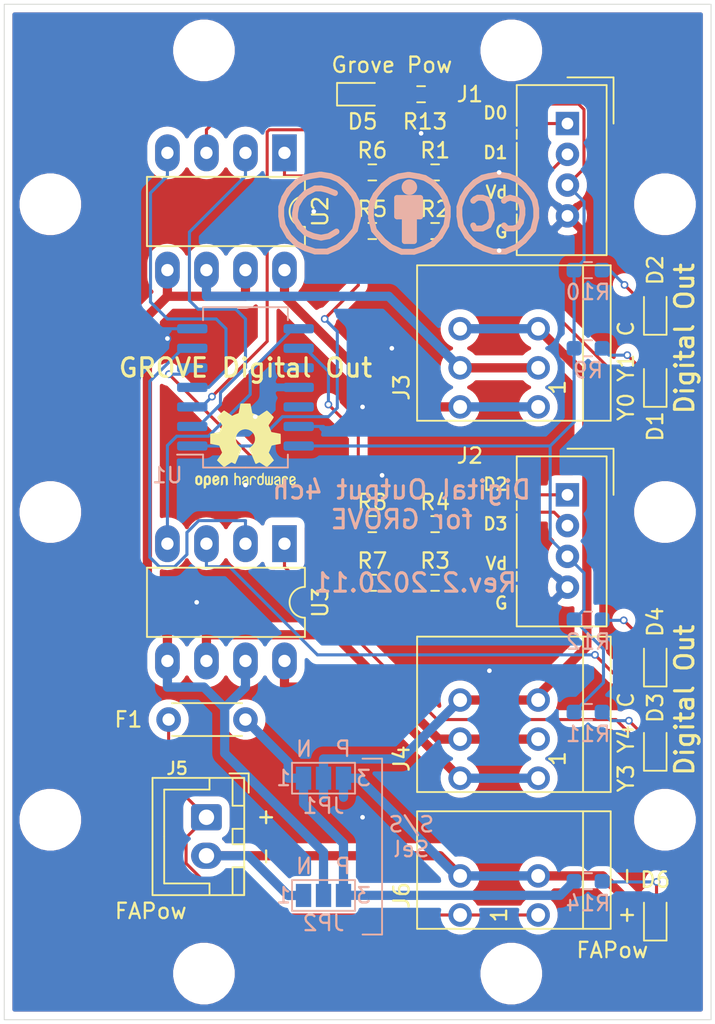
<source format=kicad_pcb>
(kicad_pcb (version 20171130) (host pcbnew "(5.1.8)-1")
  (title_block (title "GROVE Isolated GPIO Interface (4 OUT)") (date 2020-11-24) (rev 2) (comment 4 CC-BY-SA))
  (layers (0 F.Cu signal) (31 B.Cu signal) (34 B.Paste user hide) (35 F.Paste user hide) (36 B.SilkS user) (37 F.SilkS user) (38 B.Mask user hide) (39 F.Mask user hide) (44 Edge.Cuts user))
  (net 0 "")
  (net 1 GND)
  (net 2 +24V)
  (net 3 GNDD)
  (net 4 "Net-(D1-Pad2)")
  (net 5 "Net-(D2-Pad2)")
  (net 6 "Net-(D3-Pad2)")
  (net 7 /OUT1)
  (net 8 /OUT2)
  (net 9 "Net-(D2-Pad1)")
  (net 10 +3V3)
  (net 11 "Net-(D1-Pad1)")
  (net 12 "Net-(D3-Pad1)")
  (net 13 "Net-(D4-Pad2)")
  (net 14 "Net-(D4-Pad1)")
  (net 15 "Net-(D5-Pad2)")
  (net 16 /+24V_)
  (net 17 /OUT3)
  (net 18 /OUT4)
  (net 19 /GNDD_)
  (net 20 "Net-(U1-Pad8)")
  (net 21 "Net-(U1-Pad6)")
  (net 22 "Net-(U1-Pad4)")
  (net 23 "Net-(U1-Pad2)")
  (net 24 "Net-(D6-Pad2)")
  (net 25 "Net-(F1-Pad2)")
  (net 26 "Net-(J1-Pad2)")
  (net 27 "Net-(J1-Pad1)")
  (net 28 "Net-(J2-Pad2)")
  (net 29 "Net-(J2-Pad1)")
  (net 30 "Net-(R5-Pad1)")
  (net 31 "Net-(R6-Pad1)")
  (net 32 "Net-(R7-Pad1)")
  (net 33 "Net-(R8-Pad1)")
  (module MountingHole:MountingHole_3mm (layer F.Cu) (at 114 141)
    (fp_text reference MH12 hide)
    (fp_text value MountingHole)
    (pad 1 np_thru_hole circle (at 0 0) (size 3 3) (drill 3) (layers *.Cu *.Mask))
  )
  (module MountingHole:MountingHole_3mm (layer F.Cu) (at 84 151)
    (fp_text reference MH11 hide)
    (fp_text value MountingHole)
    (pad 1 np_thru_hole circle (at 0 0) (size 3 3) (drill 3) (layers *.Cu *.Mask))
  )
  (module MountingHole:MountingHole_3mm (layer F.Cu) (at 74 121)
    (fp_text reference MH10 hide)
    (fp_text value MountingHole)
    (pad 1 np_thru_hole circle (at 0 0) (size 3 3) (drill 3) (layers *.Cu *.Mask))
  )
  (module MountingHole:MountingHole_3mm (layer F.Cu) (at 84 91)
    (fp_text reference MH9 hide)
    (fp_text value MountingHole)
    (pad 1 np_thru_hole circle (at 0 0) (size 3 3) (drill 3) (layers *.Cu *.Mask))
  )
  (module MountingHole:MountingHole_3mm (layer F.Cu) (at 114 101)
    (fp_text reference MH8 hide)
    (fp_text value MountingHole)
    (pad 1 np_thru_hole circle (at 0 0) (size 3 3) (drill 3) (layers *.Cu *.Mask))
  )
  (module Resistor_SMD:R_0603_1608Metric_Pad0.98x0.95mm_HandSolder (layer F.Cu) (at 98.13 93.85 180)
    (fp_text reference R13 (at -0.254 -1.778) (layer F.SilkS))
    (fp_text value 1k)
    (pad 2 smd roundrect (at 0.9125 0 180) (size 0.975 0.95) (layers F.Cu F.Paste F.Mask) (net 15 "Net-(D5-Pad2)"))
    (pad 1 smd roundrect (at -0.9125 0 180) (size 0.975 0.95) (layers F.Cu F.Paste F.Mask) (net 10 +3V3))
  )
  (module Capacitor_THT:C_Disc_D4.3mm_W1.9mm_P5.00mm (layer F.Cu) (at 86.7 134.49 180)
    (fp_text reference F1 (at 7.62 0) (layer F.SilkS))
    (fp_text value 0.5A)
    (pad 2 thru_hole circle (at 5 0 180) (size 1.6 1.6) (drill 0.8) (layers *.Cu *.Mask) (net 25 "Net-(F1-Pad2)"))
    (pad 1 thru_hole circle (at 0 0 180) (size 1.6 1.6) (drill 0.8) (layers *.Cu *.Mask) (net 2 +24V))
  )
  (module LED_SMD:LED_0603_1608Metric_Pad1.05x0.95mm_HandSolder (layer F.Cu) (at 94.32 93.85)
    (fp_text reference D5 (at 0 1.778) (layer F.SilkS))
    (fp_text value LED)
    (pad 2 smd roundrect (at 0.875 0) (size 1.05 0.95) (layers F.Cu F.Paste F.Mask) (net 15 "Net-(D5-Pad2)"))
    (pad 1 smd roundrect (at -0.875 0) (size 1.05 0.95) (layers F.Cu F.Paste F.Mask) (net 1 GND))
  )
  (module MountingHole:MountingHole_3mm (layer F.Cu) (at 74 141)
    (fp_text reference MH5 hide)
    (fp_text value MountingHole)
    (pad 1 np_thru_hole circle (at 0 0) (size 3 3) (drill 3) (layers *.Cu *.Mask))
  )
  (module MountingHole:MountingHole_3mm (layer F.Cu) (at 104 151 180)
    (fp_text reference MH4 hide)
    (fp_text value MountingHole)
    (pad 1 np_thru_hole circle (at 0 0 180) (size 3 3) (drill 3) (layers *.Cu *.Mask))
  )
  (module MountingHole:MountingHole_3mm (layer F.Cu) (at 104 91 180)
    (fp_text reference MH3 hide)
    (fp_text value MountingHole)
    (pad 1 np_thru_hole circle (at 0 0 180) (size 3 3) (drill 3) (layers *.Cu *.Mask))
  )
  (module MountingHole:MountingHole_3mm (layer F.Cu) (at 74 101 180)
    (fp_text reference MH2 hide)
    (fp_text value MountingHole)
    (pad 1 np_thru_hole circle (at 0 0 180) (size 3 3) (drill 3) (layers *.Cu *.Mask))
  )
  (module MountingHole:MountingHole_3mm (layer F.Cu) (at 114 121 180)
    (fp_text reference MH1 hide)
    (fp_text value MountingHole)
    (pad 1 np_thru_hole circle (at 0 0 180) (size 3 3) (drill 3) (layers *.Cu *.Mask))
  )
  (module Resistor_SMD:R_0603_1608Metric_Pad0.98x0.95mm_HandSolder (layer F.Cu) (at 99.0425 121.79)
    (fp_text reference R4 (at 0 -1.43) (layer F.SilkS))
    (fp_text value 10k)
    (pad 2 smd roundrect (at 0.9125 0) (size 0.975 0.95) (layers F.Cu F.Paste F.Mask) (net 1 GND))
    (pad 1 smd roundrect (at -0.9125 0) (size 0.975 0.95) (layers F.Cu F.Paste F.Mask) (net 28 "Net-(J2-Pad2)"))
  )
  (module Resistor_SMD:R_0603_1608Metric_Pad0.98x0.95mm_HandSolder (layer F.Cu) (at 99.0425 125.6)
    (fp_text reference R3 (at 0 -1.43) (layer F.SilkS))
    (fp_text value 10k)
    (pad 2 smd roundrect (at 0.9125 0) (size 0.975 0.95) (layers F.Cu F.Paste F.Mask) (net 1 GND))
    (pad 1 smd roundrect (at -0.9125 0) (size 0.975 0.95) (layers F.Cu F.Paste F.Mask) (net 29 "Net-(J2-Pad1)"))
  )
  (module Resistor_SMD:R_0603_1608Metric_Pad0.98x0.95mm_HandSolder (layer F.Cu) (at 99.0425 102.74)
    (fp_text reference R2 (at 0 -1.43) (layer F.SilkS))
    (fp_text value 10k)
    (pad 2 smd roundrect (at 0.9125 0) (size 0.975 0.95) (layers F.Cu F.Paste F.Mask) (net 1 GND))
    (pad 1 smd roundrect (at -0.9125 0) (size 0.975 0.95) (layers F.Cu F.Paste F.Mask) (net 26 "Net-(J1-Pad2)"))
  )
  (module Resistor_SMD:R_0603_1608Metric_Pad0.98x0.95mm_HandSolder (layer F.Cu) (at 99.0425 98.93)
    (fp_text reference R1 (at 0 -1.43) (layer F.SilkS))
    (fp_text value 10k)
    (pad 2 smd roundrect (at 0.9125 0) (size 0.975 0.95) (layers F.Cu F.Paste F.Mask) (net 1 GND))
    (pad 1 smd roundrect (at -0.9125 0) (size 0.975 0.95) (layers F.Cu F.Paste F.Mask) (net 27 "Net-(J1-Pad1)"))
  )
  (module _my_kicad_symbol:Terminal_TB401a-1-3-E (layer F.Cu) (at 100.67 138.3 90)
    (fp_text reference J4 (at 1.27 -3.81 90) (layer F.SilkS))
    (fp_text value OUT3/4)
    (fp_text user 1 (at 1.27 6.35 90) (layer F.SilkS))
    (pad 6 thru_hole circle (at 5.08 0 90) (size 1.524 1.524) (drill 0.9) (layers *.Cu *.Mask) (net 16 /+24V_))
    (pad 5 thru_hole circle (at 5.08 5.08 90) (size 1.524 1.524) (drill 0.9) (layers *.Cu *.Mask) (net 16 /+24V_))
    (pad 1 thru_hole circle (at 0 5.08 90) (size 1.524 1.524) (drill 0.9) (layers *.Cu *.Mask) (net 17 /OUT3))
    (pad 2 thru_hole circle (at 0 0 90) (size 1.524 1.524) (drill 0.9) (layers *.Cu *.Mask) (net 17 /OUT3))
    (pad 3 thru_hole circle (at 2.54 5.08 90) (size 1.524 1.524) (drill 0.9) (layers *.Cu *.Mask) (net 18 /OUT4))
    (pad 4 thru_hole circle (at 2.54 0 90) (size 1.524 1.524) (drill 0.9) (layers *.Cu *.Mask) (net 18 /OUT4))
  )
  (module _my_kicad_symbol:Terminal_TB401a-1-3-E (layer F.Cu) (at 100.67 114.17 90)
    (fp_text reference J3 (at 1.27 -3.81 90) (layer F.SilkS))
    (fp_text value OUT1/2)
    (fp_text user 1 (at 1.27 6.35 90) (layer F.SilkS))
    (pad 6 thru_hole circle (at 5.08 0 90) (size 1.524 1.524) (drill 0.9) (layers *.Cu *.Mask) (net 16 /+24V_))
    (pad 5 thru_hole circle (at 5.08 5.08 90) (size 1.524 1.524) (drill 0.9) (layers *.Cu *.Mask) (net 16 /+24V_))
    (pad 1 thru_hole circle (at 0 5.08 90) (size 1.524 1.524) (drill 0.9) (layers *.Cu *.Mask) (net 7 /OUT1))
    (pad 2 thru_hole circle (at 0 0 90) (size 1.524 1.524) (drill 0.9) (layers *.Cu *.Mask) (net 7 /OUT1))
    (pad 3 thru_hole circle (at 2.54 5.08 90) (size 1.524 1.524) (drill 0.9) (layers *.Cu *.Mask) (net 8 /OUT2))
    (pad 4 thru_hole circle (at 2.54 0 90) (size 1.524 1.524) (drill 0.9) (layers *.Cu *.Mask) (net 8 /OUT2))
  )
  (module Package_DIP:DIP-8_W7.62mm_LongPads (layer F.Cu) (at 89.24 123.06 270)
    (fp_text reference U3 (at 3.81 -2.33 90) (layer F.SilkS))
    (fp_text value TLP627-2)
    (pad 8 thru_hole oval (at 7.62 0 270) (size 2.4 1.6) (drill 0.8) (layers *.Cu *.Mask) (net 17 /OUT3))
    (pad 4 thru_hole oval (at 0 7.62 270) (size 2.4 1.6) (drill 0.8) (layers *.Cu *.Mask) (net 20 "Net-(U1-Pad8)"))
    (pad 7 thru_hole oval (at 7.62 2.54 270) (size 2.4 1.6) (drill 0.8) (layers *.Cu *.Mask) (net 19 /GNDD_))
    (pad 3 thru_hole oval (at 0 5.08 270) (size 2.4 1.6) (drill 0.8) (layers *.Cu *.Mask) (net 14 "Net-(D4-Pad1)"))
    (pad 6 thru_hole oval (at 7.62 5.08 270) (size 2.4 1.6) (drill 0.8) (layers *.Cu *.Mask) (net 18 /OUT4))
    (pad 2 thru_hole oval (at 0 2.54 270) (size 2.4 1.6) (drill 0.8) (layers *.Cu *.Mask) (net 21 "Net-(U1-Pad6)"))
    (pad 5 thru_hole oval (at 7.62 7.62 270) (size 2.4 1.6) (drill 0.8) (layers *.Cu *.Mask) (net 19 /GNDD_))
    (pad 1 thru_hole rect (at 0 0 270) (size 2.4 1.6) (drill 0.8) (layers *.Cu *.Mask) (net 12 "Net-(D3-Pad1)"))
  )
  (module Package_DIP:DIP-8_W7.62mm_LongPads (layer F.Cu) (at 89.24 97.66 270)
    (fp_text reference U2 (at 3.81 -2.33 90) (layer F.SilkS))
    (fp_text value TLP627-2)
    (pad 8 thru_hole oval (at 7.62 0 270) (size 2.4 1.6) (drill 0.8) (layers *.Cu *.Mask) (net 7 /OUT1))
    (pad 4 thru_hole oval (at 0 7.62 270) (size 2.4 1.6) (drill 0.8) (layers *.Cu *.Mask) (net 22 "Net-(U1-Pad4)"))
    (pad 7 thru_hole oval (at 7.62 2.54 270) (size 2.4 1.6) (drill 0.8) (layers *.Cu *.Mask) (net 19 /GNDD_))
    (pad 3 thru_hole oval (at 0 5.08 270) (size 2.4 1.6) (drill 0.8) (layers *.Cu *.Mask) (net 9 "Net-(D2-Pad1)"))
    (pad 6 thru_hole oval (at 7.62 5.08 270) (size 2.4 1.6) (drill 0.8) (layers *.Cu *.Mask) (net 8 /OUT2))
    (pad 2 thru_hole oval (at 0 2.54 270) (size 2.4 1.6) (drill 0.8) (layers *.Cu *.Mask) (net 23 "Net-(U1-Pad2)"))
    (pad 5 thru_hole oval (at 7.62 7.62 270) (size 2.4 1.6) (drill 0.8) (layers *.Cu *.Mask) (net 19 /GNDD_))
    (pad 1 thru_hole rect (at 0 0 270) (size 2.4 1.6) (drill 0.8) (layers *.Cu *.Mask) (net 11 "Net-(D1-Pad1)"))
  )
  (module Package_SO:SO-14_5.3x10.2mm_P1.27mm (layer B.Cu) (at 86.7 112.9)
    (fp_text reference U1 (at -5.08 5.715) (layer B.SilkS) (effects (justify mirror)))
    (fp_text value 74HC14)
    (pad 14 smd roundrect (at 3.4625 3.81) (size 1.975 0.6) (layers B.Cu B.Paste B.Mask) (net 10 +3V3))
    (pad 13 smd roundrect (at 3.4625 2.54) (size 1.975 0.6) (layers B.Cu B.Paste B.Mask) (net 1 GND))
    (pad 12 smd roundrect (at 3.4625 1.27) (size 1.975 0.6) (layers B.Cu B.Paste B.Mask))
    (pad 11 smd roundrect (at 3.4625 0) (size 1.975 0.6) (layers B.Cu B.Paste B.Mask) (net 1 GND))
    (pad 10 smd roundrect (at 3.4625 -1.27) (size 1.975 0.6) (layers B.Cu B.Paste B.Mask))
    (pad 9 smd roundrect (at 3.4625 -2.54) (size 1.975 0.6) (layers B.Cu B.Paste B.Mask) (net 33 "Net-(R8-Pad1)"))
    (pad 8 smd roundrect (at 3.4625 -3.81) (size 1.975 0.6) (layers B.Cu B.Paste B.Mask) (net 20 "Net-(U1-Pad8)"))
    (pad 7 smd roundrect (at -3.4625 -3.81) (size 1.975 0.6) (layers B.Cu B.Paste B.Mask) (net 1 GND))
    (pad 6 smd roundrect (at -3.4625 -2.54) (size 1.975 0.6) (layers B.Cu B.Paste B.Mask) (net 21 "Net-(U1-Pad6)"))
    (pad 5 smd roundrect (at -3.4625 -1.27) (size 1.975 0.6) (layers B.Cu B.Paste B.Mask) (net 32 "Net-(R7-Pad1)"))
    (pad 4 smd roundrect (at -3.4625 0) (size 1.975 0.6) (layers B.Cu B.Paste B.Mask) (net 22 "Net-(U1-Pad4)"))
    (pad 3 smd roundrect (at -3.4625 1.27) (size 1.975 0.6) (layers B.Cu B.Paste B.Mask) (net 31 "Net-(R6-Pad1)"))
    (pad 2 smd roundrect (at -3.4625 2.54) (size 1.975 0.6) (layers B.Cu B.Paste B.Mask) (net 23 "Net-(U1-Pad2)"))
    (pad 1 smd roundrect (at -3.4625 3.81) (size 1.975 0.6) (layers B.Cu B.Paste B.Mask) (net 30 "Net-(R5-Pad1)"))
  )
  (module Resistor_SMD:R_0603_1608Metric_Pad0.98x0.95mm_HandSolder (layer B.Cu) (at 109 145)
    (fp_text reference R14 (at 0 1.43) (layer B.SilkS) (effects (justify mirror)))
    (fp_text value 10k)
    (pad 2 smd roundrect (at 0.9125 0) (size 0.975 0.95) (layers B.Cu B.Paste B.Mask) (net 24 "Net-(D6-Pad2)"))
    (pad 1 smd roundrect (at -0.9125 0) (size 0.975 0.95) (layers B.Cu B.Paste B.Mask) (net 2 +24V))
  )
  (module Resistor_SMD:R_0603_1608Metric_Pad0.98x0.95mm_HandSolder (layer B.Cu) (at 109 128)
    (fp_text reference R12 (at 0 1.43) (layer B.SilkS) (effects (justify mirror)))
    (fp_text value 100)
    (pad 2 smd roundrect (at 0.9125 0) (size 0.975 0.95) (layers B.Cu B.Paste B.Mask) (net 13 "Net-(D4-Pad2)"))
    (pad 1 smd roundrect (at -0.9125 0) (size 0.975 0.95) (layers B.Cu B.Paste B.Mask) (net 10 +3V3))
  )
  (module Resistor_SMD:R_0603_1608Metric_Pad0.98x0.95mm_HandSolder (layer B.Cu) (at 109 134)
    (fp_text reference R11 (at 0 1.43) (layer B.SilkS) (effects (justify mirror)))
    (fp_text value 100)
    (pad 2 smd roundrect (at 0.9125 0) (size 0.975 0.95) (layers B.Cu B.Paste B.Mask) (net 6 "Net-(D3-Pad2)"))
    (pad 1 smd roundrect (at -0.9125 0) (size 0.975 0.95) (layers B.Cu B.Paste B.Mask) (net 10 +3V3))
  )
  (module Resistor_SMD:R_0603_1608Metric_Pad0.98x0.95mm_HandSolder (layer B.Cu) (at 109 105.28)
    (fp_text reference R10 (at 0 1.43) (layer B.SilkS) (effects (justify mirror)))
    (fp_text value 100)
    (pad 2 smd roundrect (at 0.9125 0) (size 0.975 0.95) (layers B.Cu B.Paste B.Mask) (net 5 "Net-(D2-Pad2)"))
    (pad 1 smd roundrect (at -0.9125 0) (size 0.975 0.95) (layers B.Cu B.Paste B.Mask) (net 10 +3V3))
  )
  (module Resistor_SMD:R_0603_1608Metric_Pad0.98x0.95mm_HandSolder (layer B.Cu) (at 109 110.36)
    (fp_text reference R9 (at 0 1.43) (layer B.SilkS) (effects (justify mirror)))
    (fp_text value 100)
    (pad 2 smd roundrect (at 0.9125 0) (size 0.975 0.95) (layers B.Cu B.Paste B.Mask) (net 4 "Net-(D1-Pad2)"))
    (pad 1 smd roundrect (at -0.9125 0) (size 0.975 0.95) (layers B.Cu B.Paste B.Mask) (net 10 +3V3))
  )
  (module Resistor_SMD:R_0603_1608Metric_Pad0.98x0.95mm_HandSolder (layer F.Cu) (at 94.955 121.79)
    (fp_text reference R8 (at 0 -1.43) (layer F.SilkS))
    (fp_text value 10k)
    (pad 2 smd roundrect (at 0.9125 0) (size 0.975 0.95) (layers F.Cu F.Paste F.Mask) (net 28 "Net-(J2-Pad2)"))
    (pad 1 smd roundrect (at -0.9125 0) (size 0.975 0.95) (layers F.Cu F.Paste F.Mask) (net 33 "Net-(R8-Pad1)"))
  )
  (module Resistor_SMD:R_0603_1608Metric_Pad0.98x0.95mm_HandSolder (layer F.Cu) (at 94.955 125.6)
    (fp_text reference R7 (at 0 -1.43) (layer F.SilkS))
    (fp_text value 10k)
    (pad 2 smd roundrect (at 0.9125 0) (size 0.975 0.95) (layers F.Cu F.Paste F.Mask) (net 29 "Net-(J2-Pad1)"))
    (pad 1 smd roundrect (at -0.9125 0) (size 0.975 0.95) (layers F.Cu F.Paste F.Mask) (net 32 "Net-(R7-Pad1)"))
  )
  (module Resistor_SMD:R_0603_1608Metric_Pad0.98x0.95mm_HandSolder (layer F.Cu) (at 94.955 98.93)
    (fp_text reference R6 (at 0 -1.43) (layer F.SilkS))
    (fp_text value 10k)
    (pad 2 smd roundrect (at 0.9125 0) (size 0.975 0.95) (layers F.Cu F.Paste F.Mask) (net 26 "Net-(J1-Pad2)"))
    (pad 1 smd roundrect (at -0.9125 0) (size 0.975 0.95) (layers F.Cu F.Paste F.Mask) (net 31 "Net-(R6-Pad1)"))
  )
  (module Resistor_SMD:R_0603_1608Metric_Pad0.98x0.95mm_HandSolder (layer F.Cu) (at 94.955 102.74)
    (fp_text reference R5 (at 0 -1.43) (layer F.SilkS))
    (fp_text value 10k)
    (pad 2 smd roundrect (at 0.9125 0) (size 0.975 0.95) (layers F.Cu F.Paste F.Mask) (net 27 "Net-(J1-Pad1)"))
    (pad 1 smd roundrect (at -0.9125 0) (size 0.975 0.95) (layers F.Cu F.Paste F.Mask) (net 30 "Net-(R5-Pad1)"))
  )
  (module Jumper:SolderJumper-3_P1.3mm_Open_Pad1.0x1.5mm_NumberLabels (layer B.Cu) (at 91.78 145.92)
    (fp_text reference JP2 (at 0 1.8) (layer B.SilkS) (effects (justify mirror)))
    (fp_text value "S/S Y-")
    (fp_text user 1 (at -2.6 0) (layer B.SilkS) (effects (justify mirror)))
    (fp_text user 3 (at 2.6 0) (layer B.SilkS) (effects (justify mirror)))
    (pad 1 smd rect (at -1.3 0) (size 1 1.5) (layers B.Cu B.Mask) (net 3 GNDD))
    (pad 2 smd rect (at 0 0) (size 1 1.5) (layers B.Cu B.Mask) (net 19 /GNDD_))
    (pad 3 smd rect (at 1.3 0) (size 1 1.5) (layers B.Cu B.Mask) (net 2 +24V))
  )
  (module Jumper:SolderJumper-3_P1.3mm_Open_Pad1.0x1.5mm_NumberLabels (layer B.Cu) (at 91.78 138.3)
    (fp_text reference JP1 (at 0 1.8) (layer B.SilkS) (effects (justify mirror)))
    (fp_text value "S/S Y+")
    (fp_text user 1 (at -2.6 0) (layer B.SilkS) (effects (justify mirror)))
    (fp_text user 3 (at 2.6 0) (layer B.SilkS) (effects (justify mirror)))
    (pad 1 smd rect (at -1.3 0) (size 1 1.5) (layers B.Cu B.Mask) (net 2 +24V))
    (pad 2 smd rect (at 0 0) (size 1 1.5) (layers B.Cu B.Mask) (net 16 /+24V_))
    (pad 3 smd rect (at 1.3 0) (size 1 1.5) (layers B.Cu B.Mask) (net 3 GNDD))
  )
  (module _my_kicad_symbol:Terminal_TB401a-1-2-E (layer F.Cu) (at 100.67 147.19 90)
    (fp_text reference J6 (at 1.27 -3.81 90) (layer F.SilkS))
    (fp_text value "DC24V IN")
    (fp_text user 1 (at 0 2.54 90) (layer F.SilkS))
    (pad 1 thru_hole circle (at 0 5.08 90) (size 1.524 1.524) (drill 0.9) (layers *.Cu *.Mask) (net 25 "Net-(F1-Pad2)"))
    (pad 2 thru_hole circle (at 0 0 90) (size 1.524 1.524) (drill 0.9) (layers *.Cu *.Mask) (net 25 "Net-(F1-Pad2)"))
    (pad 3 thru_hole circle (at 2.54 5.08 90) (size 1.524 1.524) (drill 0.9) (layers *.Cu *.Mask) (net 3 GNDD))
    (pad 4 thru_hole circle (at 2.54 0 90) (size 1.524 1.524) (drill 0.9) (layers *.Cu *.Mask) (net 3 GNDD))
  )
  (module Connector:NS-Tech_Grove_1x04_P2mm_Vertical (layer F.Cu) (at 107.655 119.885)
    (fp_text reference J2 (at -6.35 -2.54 180) (layer F.SilkS))
    (fp_text value "GROVE DOut")
    (pad 4 thru_hole circle (at 0 6) (size 1.524 1.524) (drill 0.762) (layers *.Cu *.Mask) (net 1 GND))
    (pad 3 thru_hole circle (at 0 4) (size 1.524 1.524) (drill 0.762) (layers *.Cu *.Mask) (net 10 +3V3))
    (pad 2 thru_hole circle (at 0 2) (size 1.524 1.524) (drill 0.762) (layers *.Cu *.Mask) (net 28 "Net-(J2-Pad2)"))
    (pad 1 thru_hole rect (at 0 0) (size 1.524 1.524) (drill 0.762) (layers *.Cu *.Mask) (net 29 "Net-(J2-Pad1)"))
  )
  (module LED_SMD:LED_0603_1608Metric_Pad1.05x0.95mm_HandSolder (layer F.Cu) (at 113.37 147.19 90)
    (fp_text reference D6 (at 2.286 0 180) (layer F.SilkS))
    (fp_text value LED)
    (pad 2 smd roundrect (at 0.875 0 90) (size 1.05 0.95) (layers F.Cu F.Paste F.Mask) (net 24 "Net-(D6-Pad2)"))
    (pad 1 smd roundrect (at -0.875 0 90) (size 1.05 0.95) (layers F.Cu F.Paste F.Mask) (net 3 GNDD))
  )
  (module LED_SMD:LED_0603_1608Metric_Pad1.05x0.95mm_HandSolder (layer F.Cu) (at 113.37 130.68 90)
    (fp_text reference D4 (at 2.54 0 90) (layer F.SilkS))
    (fp_text value LED)
    (pad 2 smd roundrect (at 0.875 0 90) (size 1.05 0.95) (layers F.Cu F.Paste F.Mask) (net 13 "Net-(D4-Pad2)"))
    (pad 1 smd roundrect (at -0.875 0 90) (size 1.05 0.95) (layers F.Cu F.Paste F.Mask) (net 14 "Net-(D4-Pad1)"))
  )
  (module LED_SMD:LED_0603_1608Metric_Pad1.05x0.95mm_HandSolder (layer F.Cu) (at 113.37 136.155 90)
    (fp_text reference D3 (at 2.427 0 90) (layer F.SilkS))
    (fp_text value LED)
    (pad 2 smd roundrect (at 0.875 0 90) (size 1.05 0.95) (layers F.Cu F.Paste F.Mask) (net 6 "Net-(D3-Pad2)"))
    (pad 1 smd roundrect (at -0.875 0 90) (size 1.05 0.95) (layers F.Cu F.Paste F.Mask) (net 12 "Net-(D3-Pad1)"))
  )
  (module LED_SMD:LED_0603_1608Metric_Pad1.05x0.95mm_HandSolder (layer F.Cu) (at 113.37 107.82 90)
    (fp_text reference D2 (at 2.54 0 90) (layer F.SilkS))
    (fp_text value LED)
    (pad 2 smd roundrect (at 0.875 0 90) (size 1.05 0.95) (layers F.Cu F.Paste F.Mask) (net 5 "Net-(D2-Pad2)"))
    (pad 1 smd roundrect (at -0.875 0 90) (size 1.05 0.95) (layers F.Cu F.Paste F.Mask) (net 9 "Net-(D2-Pad1)"))
  )
  (module LED_SMD:LED_0603_1608Metric_Pad1.05x0.95mm_HandSolder (layer F.Cu) (at 113.37 112.505 90)
    (fp_text reference D1 (at -2.935 0 90) (layer F.SilkS))
    (fp_text value LED)
    (pad 2 smd roundrect (at 0.875 0 90) (size 1.05 0.95) (layers F.Cu F.Paste F.Mask) (net 4 "Net-(D1-Pad2)"))
    (pad 1 smd roundrect (at -0.875 0 90) (size 1.05 0.95) (layers F.Cu F.Paste F.Mask) (net 11 "Net-(D1-Pad1)"))
  )
  (module Connector:NS-Tech_Grove_1x04_P2mm_Vertical (layer F.Cu) (at 107.655 95.755)
    (fp_text reference J1 (at -6.35 -1.905) (layer F.SilkS))
    (fp_text value "GROVE DOut")
    (pad 4 thru_hole circle (at 0 6) (size 1.524 1.524) (drill 0.762) (layers *.Cu *.Mask) (net 1 GND))
    (pad 3 thru_hole circle (at 0 4) (size 1.524 1.524) (drill 0.762) (layers *.Cu *.Mask) (net 10 +3V3))
    (pad 2 thru_hole circle (at 0 2) (size 1.524 1.524) (drill 0.762) (layers *.Cu *.Mask) (net 26 "Net-(J1-Pad2)"))
    (pad 1 thru_hole rect (at 0 0) (size 1.524 1.524) (drill 0.762) (layers *.Cu *.Mask) (net 27 "Net-(J1-Pad1)"))
  )
  (module _my_kicad_symbol:CC-BY-SA (layer F.Cu) (at 97.368 101.724)
    (fp_text reference MH7 hide)
    (fp_text value MountingHole)
  )
  (module Symbol:OSHW-Logo2_7.3x6mm_SilkScreen (layer F.Cu) (at 86.7 116.71)
    (fp_text reference MH6 hide)
    (fp_text value MountingHole hide)
  )
  (module Connector_JST:JST_XH_B2B-XH-A_1x02_P2.50mm_Vertical (layer F.Cu) (at 84.16 140.84 270)
    (fp_text reference J5 (at -3.175 1.905 180) (layer F.SilkS) (effects (font (size 0.8 0.8))))
    (fp_text value "DC24V IN")
    (pad 2 thru_hole oval (at 2.5 0 270) (size 1.7 2) (drill 1) (layers *.Cu *.Mask) (net 3 GNDD))
    (pad 1 thru_hole roundrect (at 0 0 270) (size 1.7 2) (drill 1) (layers *.Cu *.Mask) (roundrect_rratio 0.147059) (net 25 "Net-(F1-Pad2)"))
  )
  (gr_text "Digital Out" (at 115.275 109.725 90) (layer F.SilkS) (effects (font (size 1.2 1.2) (thickness 0.2))))
  (gr_text "Digital Out" (at 115.275 133.22 90) (layer F.SilkS) (effects (font (size 1.2 1.2) (thickness 0.2))))
  (gr_text "Grove Pow" (at 96.225 91.945) (layer F.SilkS) (effects (font (size 1 1))))
  (gr_line (start 71 88) (end 71 154) (layer Edge.Cuts) (width 0.05))
  (gr_line (start 117 88) (end 71 88) (layer Edge.Cuts) (width 0.05))
  (gr_line (start 117 154) (end 117 88) (layer Edge.Cuts) (width 0.05))
  (gr_line (start 71 154) (end 117 154) (layer Edge.Cuts) (width 0.05))
  (gr_text N (at 90.51 144.015) (layer B.SilkS) (effects (font (size 1 1)) (justify mirror)))
  (gr_text P (at 93.05 144.015) (layer B.SilkS) (effects (font (size 1 1)) (justify mirror)))
  (gr_text P (at 93.05 136.395) (layer B.SilkS) (effects (font (size 1 1)) (justify mirror)))
  (gr_text N (at 90.51 136.395) (layer B.SilkS) (effects (font (size 1 1)) (justify mirror)))
  (gr_text FAPow (at 80.536 146.936) (layer F.SilkS) (effects (font (size 1 1))))
  (gr_text FAPow (at 110.576 149.476) (layer F.SilkS) (effects (font (size 1 1))))
  (gr_text "D2\n\nD3\n\nVd\n\nG" (at 103.845 123.06) (layer F.SilkS) (effects (font (size 0.8 0.8)) (justify right)))
  (gr_text "S/S\nSel" (at 97.495 142.11) (layer B.SilkS) (effects (font (size 1 1)) (justify mirror)))
  (gr_line (start 95.59 148.46) (end 94.32 148.46) (layer B.SilkS) (width 0.12))
  (gr_line (start 95.59 137.03) (end 95.59 148.46) (layer B.SilkS) (width 0.12))
  (gr_line (start 94.32 137.03) (end 95.59 137.03) (layer B.SilkS) (width 0.12))
  (gr_text "GROVE Digital Out" (at 86.7 111.63) (layer F.SilkS) (effects (font (size 1.2 1.2) (thickness 0.2))))
  (gr_text - (at 87.97 143.38 90) (layer F.SilkS) (effects (font (size 1 1))))
  (gr_text + (at 87.97 140.84 90) (layer F.SilkS) (effects (font (size 1 1))))
  (gr_text C (at 111.465 109.09 90) (layer F.SilkS) (effects (font (size 1 1))))
  (gr_text C (at 111.465 133.22 90) (layer F.SilkS) (effects (font (size 1 1))))
  (gr_text - (at 111.465 144.65 90) (layer F.SilkS) (effects (font (size 1 1))))
  (gr_text + (at 111.465 147.19 90) (layer F.SilkS) (effects (font (size 1 1))))
  (gr_text Y4 (at 111.465 135.76 90) (layer F.SilkS) (effects (font (size 1 1))))
  (gr_text Y3 (at 111.465 138.3 90) (layer F.SilkS) (effects (font (size 1 1))))
  (gr_text Y1 (at 111.465 111.63 90) (layer F.SilkS) (effects (font (size 1 1))))
  (gr_text Y0 (at 111.465 114.17 90) (layer F.SilkS) (effects (font (size 1 1))))
  (gr_text "D0\n\nD1\n\nVd\n\nG" (at 103.845 98.93) (layer F.SilkS) (effects (font (size 0.8 0.8)) (justify right)))
  (gr_text "Rev.2 2020.11" (at 104.48 125.6) (layer B.SilkS) (effects (font (size 1.2 1.2) (thickness 0.2)) (justify left mirror)))
  (gr_text "Digital Output 4ch\nfor GROVE" (at 96.86 120.52) (layer B.SilkS) (effects (font (size 1.2 1.2) (thickness 0.2)) (justify mirror)))
  (segment (start 90.1625 115.44) (end 91.78 115.44) (width 0.2) (layer B.Cu) (net 1))
  (via (at 94.32 114.17) (size 0.5) (drill 0.3) (layers F.Cu B.Cu) (net 1))
  (via (at 95.59 118.615) (size 0.5) (drill 0.3) (layers F.Cu B.Cu) (net 1))
  (via (at 87.335 114.805) (size 0.5) (drill 0.3) (layers F.Cu B.Cu) (net 1))
  (via (at 103.21 98.93) (size 0.5) (drill 0.3) (layers F.Cu B.Cu) (net 1))
  (via (at 98.13 96.39) (size 0.5) (drill 0.3) (layers F.Cu B.Cu) (net 1))
  (via (at 103.21 104.01) (size 0.5) (drill 0.3) (layers F.Cu B.Cu) (net 1))
  (via (at 96.225 110.36) (size 0.5) (drill 0.3) (layers F.Cu B.Cu) (net 1))
  (via (at 91.145 101.47) (size 0.5) (drill 0.3) (layers F.Cu B.Cu) (net 1))
  (segment (start 83.2375 109.09) (end 81.62 109.09) (width 0.2) (layer B.Cu) (net 1))
  (segment (start 81.62 109.09) (end 78.445 109.09) (width 0.2) (layer B.Cu) (net 1))
  (via (at 102.575 131.315) (size 0.5) (drill 0.3) (layers F.Cu B.Cu) (net 1))
  (via (at 94.32 140.84) (size 0.5) (drill 0.3) (layers F.Cu B.Cu) (net 1))
  (via (at 83.525 126.87) (size 0.5) (drill 0.3) (layers F.Cu B.Cu) (net 1))
  (via (at 86.7 119.25) (size 0.5) (drill 0.3) (layers F.Cu B.Cu) (net 1))
  (via (at 81.62 109.725) (size 0.5) (drill 0.3) (layers F.Cu B.Cu) (net 1))
  (segment (start 93.08 145.9124) (end 107.1751 145.9124) (width 0.6) (layer B.Cu) (net 2))
  (segment (start 107.1751 145.9124) (end 108.0875 145) (width 0.6) (layer B.Cu) (net 2))
  (segment (start 93.08 145.9124) (end 93.08 145.92) (width 0.6) (layer B.Cu) (net 2))
  (segment (start 90.48 138.3) (end 90.48 139.94) (width 0.6) (layer B.Cu) (net 2))
  (segment (start 90.48 139.94) (end 93.08 142.54) (width 0.6) (layer B.Cu) (net 2))
  (segment (start 93.08 142.54) (end 93.08 145.9124) (width 0.6) (layer B.Cu) (net 2))
  (segment (start 90.48 138.3) (end 89.4797 138.3) (width 0.6) (layer B.Cu) (net 2))
  (segment (start 89.4797 138.3) (end 89.4797 137.2697) (width 0.6) (layer B.Cu) (net 2))
  (segment (start 89.4797 137.2697) (end 86.7 134.49) (width 0.6) (layer B.Cu) (net 2))
  (segment (start 93.08 138.3) (end 94.0803 138.3) (width 0.6) (layer B.Cu) (net 3))
  (segment (start 100.67 144.65) (end 100.4303 144.65) (width 0.6) (layer B.Cu) (net 3))
  (segment (start 100.4303 144.65) (end 94.0803 138.3) (width 0.6) (layer B.Cu) (net 3))
  (segment (start 105.75 144.65) (end 100.67 144.65) (width 0.6) (layer B.Cu) (net 3))
  (segment (start 84.16 143.34) (end 99.36 143.34) (width 0.6) (layer F.Cu) (net 3))
  (segment (start 99.36 143.34) (end 100.67 144.65) (width 0.6) (layer F.Cu) (net 3))
  (segment (start 90.48 145.92) (end 89.4797 145.92) (width 0.6) (layer B.Cu) (net 3))
  (segment (start 105.75 144.65) (end 109.955 144.65) (width 0.6) (layer F.Cu) (net 3))
  (segment (start 109.955 144.65) (end 113.37 148.065) (width 0.6) (layer F.Cu) (net 3))
  (segment (start 84.16 143.34) (end 86.8997 143.34) (width 0.6) (layer B.Cu) (net 3))
  (segment (start 86.8997 143.34) (end 89.4797 145.92) (width 0.6) (layer B.Cu) (net 3))
  (segment (start 93.08 138.3) (end 93.08 139.54) (width 0.6) (layer B.Cu) (net 3))
  (segment (start 111.5486 110.8063) (end 110.3588 110.8063) (width 0.2) (layer B.Cu) (net 4))
  (segment (start 110.3588 110.8063) (end 109.9125 110.36) (width 0.2) (layer B.Cu) (net 4))
  (segment (start 113.37 111.63) (end 112.3723 111.63) (width 0.2) (layer F.Cu) (net 4))
  (segment (start 112.3723 111.63) (end 111.5486 110.8063) (width 0.2) (layer F.Cu) (net 4))
  (via (at 111.5486 110.8063) (size 0.5) (layers F.Cu B.Cu) (net 4))
  (segment (start 111.3671 106.2399) (end 110.4072 105.28) (width 0.2) (layer B.Cu) (net 5))
  (segment (start 110.4072 105.28) (end 109.9125 105.28) (width 0.2) (layer B.Cu) (net 5))
  (segment (start 113.37 106.945) (end 112.0722 106.945) (width 0.2) (layer F.Cu) (net 5))
  (segment (start 112.0722 106.945) (end 111.3671 106.2399) (width 0.2) (layer F.Cu) (net 5))
  (via (at 111.3671 106.2399) (size 0.5) (layers F.Cu B.Cu) (net 5))
  (segment (start 111.6543 134.5607) (end 110.4732 134.5607) (width 0.2) (layer B.Cu) (net 6))
  (segment (start 110.4732 134.5607) (end 109.9125 134) (width 0.2) (layer B.Cu) (net 6))
  (segment (start 113.37 135.28) (end 112.3736 135.28) (width 0.2) (layer F.Cu) (net 6))
  (segment (start 112.3736 135.28) (end 111.6543 134.5607) (width 0.2) (layer F.Cu) (net 6))
  (via (at 111.6543 134.5607) (size 0.5) (layers F.Cu B.Cu) (net 6))
  (segment (start 89.24 106.9803) (end 96.4297 114.17) (width 0.6) (layer F.Cu) (net 7))
  (segment (start 96.4297 114.17) (end 100.67 114.17) (width 0.6) (layer F.Cu) (net 7))
  (segment (start 100.67 114.17) (end 105.75 114.17) (width 0.6) (layer B.Cu) (net 7))
  (segment (start 89.24 105.28) (end 89.24 106.9803) (width 0.6) (layer F.Cu) (net 7))
  (segment (start 84.16 105.28) (end 84.16 106.9803) (width 0.6) (layer B.Cu) (net 8))
  (segment (start 84.16 106.9803) (end 96.0203 106.9803) (width 0.6) (layer B.Cu) (net 8))
  (segment (start 96.0203 106.9803) (end 100.67 111.63) (width 0.6) (layer B.Cu) (net 8))
  (segment (start 100.67 111.63) (end 105.75 111.63) (width 0.6) (layer F.Cu) (net 8))
  (segment (start 84.16 97.66) (end 84.16 96.1597) (width 0.2) (layer F.Cu) (net 9))
  (segment (start 110.7371 96.2759) (end 110.7371 102.441) (width 0.2) (layer F.Cu) (net 9))
  (segment (start 110.7371 102.441) (end 114.1782 105.8821) (width 0.2) (layer F.Cu) (net 9))
  (segment (start 114.1782 105.8821) (end 114.1782 107.8868) (width 0.2) (layer F.Cu) (net 9))
  (segment (start 114.1782 107.8868) (end 113.37 108.695) (width 0.2) (layer F.Cu) (net 9))
  (segment (start 110.7371 96.2759) (end 108.54619 94.08499) (width 0.2) (layer F.Cu) (net 9))
  (segment (start 108.54619 94.08499) (end 100.90499 94.08499) (width 0.2) (layer F.Cu) (net 9))
  (segment (start 100.90499 94.08499) (end 100.035 93.215) (width 0.2) (layer F.Cu) (net 9))
  (segment (start 87.24471 93.07499) (end 99.89499 93.07499) (width 0.2) (layer F.Cu) (net 9))
  (segment (start 84.16 96.1597) (end 87.24471 93.07499) (width 0.2) (layer F.Cu) (net 9))
  (segment (start 99.89499 93.07499) (end 100.035 93.215) (width 0.2) (layer F.Cu) (net 9))
  (segment (start 108.0875 105.28) (end 108.0875 110.36) (width 0.2) (layer B.Cu) (net 10))
  (segment (start 107.655 99.755) (end 108.7351 100.8351) (width 0.2) (layer B.Cu) (net 10))
  (segment (start 108.7351 100.8351) (end 108.7351 104.6324) (width 0.2) (layer B.Cu) (net 10))
  (segment (start 108.7351 104.6324) (end 108.0875 105.28) (width 0.2) (layer B.Cu) (net 10))
  (segment (start 107.655 99.755) (end 108.7317 98.6783) (width 0.2) (layer F.Cu) (net 10))
  (segment (start 108.7317 98.6783) (end 108.7317 94.8411) (width 0.2) (layer F.Cu) (net 10))
  (segment (start 106.5308 116.71) (end 106.5308 122.7608) (width 0.2) (layer B.Cu) (net 10))
  (segment (start 106.5308 122.7608) (end 107.655 123.885) (width 0.2) (layer B.Cu) (net 10))
  (segment (start 108.0875 110.36) (end 108.0875 115.1533) (width 0.2) (layer B.Cu) (net 10))
  (segment (start 108.0875 115.1533) (end 106.5308 116.71) (width 0.2) (layer B.Cu) (net 10))
  (segment (start 106.5308 116.71) (end 90.1625 116.71) (width 0.2) (layer B.Cu) (net 10))
  (segment (start 108.0875 134) (end 110.0012 132.0863) (width 0.2) (layer B.Cu) (net 10))
  (segment (start 110.0012 132.0863) (end 110.0012 129.9137) (width 0.2) (layer B.Cu) (net 10))
  (segment (start 110.0012 129.9137) (end 108.0875 128) (width 0.2) (layer B.Cu) (net 10))
  (segment (start 107.655 123.885) (end 108.7351 124.9651) (width 0.2) (layer B.Cu) (net 10))
  (segment (start 108.7351 124.9651) (end 108.7351 127.3524) (width 0.2) (layer B.Cu) (net 10))
  (segment (start 108.7351 127.3524) (end 108.0875 128) (width 0.2) (layer B.Cu) (net 10))
  (segment (start 99.0425 93.85) (end 99.4 93.85) (width 0.2) (layer F.Cu) (net 10))
  (segment (start 99.4 93.85) (end 100.035 94.485) (width 0.2) (layer F.Cu) (net 10))
  (segment (start 108.3756 94.485) (end 108.7317 94.8411) (width 0.2) (layer F.Cu) (net 10))
  (segment (start 100.035 94.485) (end 108.3756 94.485) (width 0.2) (layer F.Cu) (net 10))
  (segment (start 89.24 99.1603) (end 91.7112 99.1603) (width 0.2) (layer F.Cu) (net 11))
  (segment (start 91.7112 99.1603) (end 94.8313 102.2804) (width 0.2) (layer F.Cu) (net 11))
  (segment (start 94.8313 102.2804) (end 94.8313 102.9573) (width 0.2) (layer F.Cu) (net 11))
  (segment (start 94.8313 102.9573) (end 98.7225 106.8485) (width 0.2) (layer F.Cu) (net 11))
  (segment (start 98.7225 106.8485) (end 105.5487 106.8485) (width 0.2) (layer F.Cu) (net 11))
  (segment (start 105.5487 106.8485) (end 112.0802 113.38) (width 0.2) (layer F.Cu) (net 11))
  (segment (start 112.0802 113.38) (end 113.37 113.38) (width 0.2) (layer F.Cu) (net 11))
  (segment (start 89.24 97.66) (end 89.24 99.1603) (width 0.2) (layer F.Cu) (net 11))
  (segment (start 89.24 124.5603) (end 99.1697 134.49) (width 0.2) (layer F.Cu) (net 12))
  (segment (start 99.1697 134.49) (end 110.8054 134.49) (width 0.2) (layer F.Cu) (net 12))
  (segment (start 110.8054 134.49) (end 113.3454 137.03) (width 0.2) (layer F.Cu) (net 12))
  (segment (start 113.3454 137.03) (end 113.37 137.03) (width 0.2) (layer F.Cu) (net 12))
  (segment (start 89.24 123.06) (end 89.24 124.5603) (width 0.2) (layer F.Cu) (net 12))
  (segment (start 111.3191 128.0395) (end 109.952 128.0395) (width 0.2) (layer B.Cu) (net 13))
  (segment (start 109.952 128.0395) (end 109.9125 128) (width 0.2) (layer B.Cu) (net 13))
  (segment (start 113.37 129.805) (end 113.0846 129.805) (width 0.2) (layer F.Cu) (net 13))
  (segment (start 113.0846 129.805) (end 111.3191 128.0395) (width 0.2) (layer F.Cu) (net 13))
  (via (at 111.3191 128.0395) (size 0.5) (layers F.Cu B.Cu) (net 13))
  (segment (start 84.16 123.06) (end 84.16 124.5603) (width 0.2) (layer B.Cu) (net 14))
  (segment (start 109.4465 130.2849) (end 110.7166 131.555) (width 0.2) (layer F.Cu) (net 14))
  (segment (start 110.7166 131.555) (end 113.37 131.555) (width 0.2) (layer F.Cu) (net 14))
  (segment (start 84.16 124.5603) (end 85.6603 124.5603) (width 0.2) (layer B.Cu) (net 14))
  (segment (start 85.6603 124.5603) (end 91.3849 130.2849) (width 0.2) (layer B.Cu) (net 14))
  (segment (start 91.3849 130.2849) (end 109.4465 130.2849) (width 0.2) (layer B.Cu) (net 14))
  (via (at 109.4465 130.2849) (size 0.5) (layers F.Cu B.Cu) (net 14))
  (segment (start 95.195 93.85) (end 97.2175 93.85) (width 0.2) (layer F.Cu) (net 15))
  (segment (start 100.67 109.09) (end 105.75 109.09) (width 0.6) (layer B.Cu) (net 16))
  (segment (start 105.75 109.09) (end 108.9192 112.2592) (width 0.6) (layer F.Cu) (net 16))
  (segment (start 108.9192 112.2592) (end 108.9192 129.7511) (width 0.6) (layer F.Cu) (net 16))
  (segment (start 108.9192 129.7511) (end 105.75 132.9203) (width 0.6) (layer F.Cu) (net 16))
  (segment (start 105.75 132.9203) (end 105.75 133.22) (width 0.6) (layer F.Cu) (net 16))
  (segment (start 105.75 133.22) (end 100.67 133.22) (width 0.6) (layer F.Cu) (net 16))
  (segment (start 91.78 138.3) (end 91.78 137.0497) (width 0.6) (layer B.Cu) (net 16))
  (segment (start 91.78 137.0497) (end 96.8403 137.0497) (width 0.6) (layer B.Cu) (net 16))
  (segment (start 96.8403 137.0497) (end 100.67 133.22) (width 0.6) (layer B.Cu) (net 16))
  (segment (start 91.78 138.3) (end 91.78 139.57) (width 0.6) (layer B.Cu) (net 16))
  (segment (start 100.67 138.3) (end 105.75 138.3) (width 0.6) (layer B.Cu) (net 17))
  (segment (start 89.24 130.68) (end 89.24 132.3803) (width 0.6) (layer F.Cu) (net 17))
  (segment (start 89.24 132.3803) (end 94.7503 132.3803) (width 0.6) (layer F.Cu) (net 17))
  (segment (start 94.7503 132.3803) (end 100.67 138.3) (width 0.6) (layer F.Cu) (net 17))
  (segment (start 100.67 135.76) (end 105.75 135.76) (width 0.6) (layer F.Cu) (net 18))
  (segment (start 84.16 128.9797) (end 92.4816 128.9797) (width 0.6) (layer F.Cu) (net 18))
  (segment (start 92.4816 128.9797) (end 99.2619 135.76) (width 0.6) (layer F.Cu) (net 18))
  (segment (start 99.2619 135.76) (end 100.67 135.76) (width 0.6) (layer F.Cu) (net 18))
  (segment (start 84.16 130.68) (end 84.16 128.9797) (width 0.6) (layer F.Cu) (net 18))
  (segment (start 81.62 130.68) (end 81.62 132.3803) (width 0.6) (layer B.Cu) (net 19))
  (segment (start 85.3479 133.7324) (end 86.7 132.3803) (width 0.6) (layer B.Cu) (net 19))
  (segment (start 91.78 145.92) (end 91.78 143.1096) (width 0.6) (layer B.Cu) (net 19))
  (segment (start 91.78 143.1096) (end 85.3479 136.6775) (width 0.6) (layer B.Cu) (net 19))
  (segment (start 85.3479 136.6775) (end 85.3479 133.7324) (width 0.6) (layer B.Cu) (net 19))
  (segment (start 81.62 132.3803) (end 83.9958 132.3803) (width 0.6) (layer B.Cu) (net 19))
  (segment (start 83.9958 132.3803) (end 85.3479 133.7324) (width 0.6) (layer B.Cu) (net 19))
  (segment (start 86.7 130.68) (end 86.7 132.3803) (width 0.6) (layer B.Cu) (net 19))
  (segment (start 86.7 105.28) (end 86.7 106.9803) (width 0.6) (layer F.Cu) (net 19))
  (segment (start 81.62 106.9803) (end 86.7 106.9803) (width 0.6) (layer F.Cu) (net 19))
  (segment (start 81.62 106.7802) (end 81.62 106.9803) (width 0.6) (layer F.Cu) (net 19))
  (segment (start 81.62 105.28) (end 81.62 106.7802) (width 0.6) (layer F.Cu) (net 19))
  (segment (start 81.62 130.68) (end 81.62 128.9797) (width 0.6) (layer F.Cu) (net 19))
  (segment (start 81.62 106.9803) (end 80.3165 108.2838) (width 0.6) (layer F.Cu) (net 19))
  (segment (start 80.3165 108.2838) (end 80.3165 127.6762) (width 0.6) (layer F.Cu) (net 19))
  (segment (start 80.3165 127.6762) (end 81.62 128.9797) (width 0.6) (layer F.Cu) (net 19))
  (segment (start 90.1625 109.09) (end 89.7961 109.09) (width 0.2) (layer B.Cu) (net 20))
  (segment (start 89.7961 109.09) (end 87.0069 111.8792) (width 0.2) (layer B.Cu) (net 20))
  (segment (start 87.0069 111.8792) (end 87.0069 113.3598) (width 0.2) (layer B.Cu) (net 20))
  (segment (start 87.0069 113.3598) (end 84.2917 116.075) (width 0.2) (layer B.Cu) (net 20))
  (segment (start 84.2917 116.075) (end 82.2241 116.075) (width 0.2) (layer B.Cu) (net 20))
  (segment (start 82.2241 116.075) (end 81.62 116.6791) (width 0.2) (layer B.Cu) (net 20))
  (segment (start 81.62 116.6791) (end 81.62 123.06) (width 0.2) (layer B.Cu) (net 20))
  (segment (start 83.2375 110.36) (end 82.623 110.36) (width 0.2) (layer B.Cu) (net 21))
  (segment (start 82.623 110.36) (end 80.4745 112.5085) (width 0.2) (layer B.Cu) (net 21))
  (segment (start 80.4745 112.5085) (end 80.4745 123.9379) (width 0.2) (layer B.Cu) (net 21))
  (segment (start 80.4745 123.9379) (end 81.097 124.5604) (width 0.2) (layer B.Cu) (net 21))
  (segment (start 81.097 124.5604) (end 82.0905 124.5604) (width 0.2) (layer B.Cu) (net 21))
  (segment (start 82.0905 124.5604) (end 82.89 123.7609) (width 0.2) (layer B.Cu) (net 21))
  (segment (start 82.89 123.7609) (end 82.89 122.3309) (width 0.2) (layer B.Cu) (net 21))
  (segment (start 82.89 122.3309) (end 83.6612 121.5597) (width 0.2) (layer B.Cu) (net 21))
  (segment (start 83.6612 121.5597) (end 86.7 121.5597) (width 0.2) (layer B.Cu) (net 21))
  (segment (start 86.7 123.06) (end 86.7 121.5597) (width 0.2) (layer B.Cu) (net 21))
  (segment (start 81.62 97.66) (end 81.62 99.1603) (width 0.2) (layer B.Cu) (net 22))
  (segment (start 83.2375 112.9) (end 83.6055 112.9) (width 0.2) (layer B.Cu) (net 22))
  (segment (start 80.5195 100.2608) (end 81.62 99.1603) (width 0.2) (layer B.Cu) (net 22))
  (segment (start 80.5195 100.2608) (end 80.5195 107.3545) (width 0.2) (layer B.Cu) (net 22))
  (segment (start 80.5195 107.3545) (end 81.62 108.455) (width 0.2) (layer B.Cu) (net 22))
  (segment (start 81.62 108.455) (end 84.226412 108.455) (width 0.2) (layer B.Cu) (net 22))
  (segment (start 84.226412 108.455) (end 84.795 108.455) (width 0.2) (layer B.Cu) (net 22))
  (segment (start 84.795 108.455) (end 85.43 109.09) (width 0.2) (layer B.Cu) (net 22))
  (segment (start 85.43 111.777198) (end 84.307198 112.9) (width 0.2) (layer B.Cu) (net 22))
  (segment (start 85.43 109.09) (end 85.43 111.777198) (width 0.2) (layer B.Cu) (net 22))
  (segment (start 84.307198 112.9) (end 84.16 112.9) (width 0.2) (layer B.Cu) (net 22))
  (segment (start 86.7 97.66) (end 86.7 99.1603) (width 0.2) (layer B.Cu) (net 23))
  (segment (start 83.2375 115.44) (end 83.638 115.44) (width 0.2) (layer B.Cu) (net 23))
  (segment (start 83.638 115.44) (end 85.0716 114.0064) (width 0.2) (layer B.Cu) (net 23))
  (segment (start 83.0518 107.2512) (end 83.0518 102.8085) (width 0.2) (layer B.Cu) (net 23))
  (segment (start 83.0518 102.8085) (end 86.7 99.1603) (width 0.2) (layer B.Cu) (net 23))
  (segment (start 83.0518 107.2512) (end 83.6206 107.82) (width 0.2) (layer B.Cu) (net 23))
  (segment (start 83.6206 107.82) (end 86.065 107.82) (width 0.2) (layer B.Cu) (net 23))
  (segment (start 85.0716 113.248801) (end 85.0716 114.0064) (width 0.2) (layer B.Cu) (net 23))
  (segment (start 86.7 111.620401) (end 85.0716 113.248801) (width 0.2) (layer B.Cu) (net 23))
  (segment (start 86.7 108.455) (end 86.7 111.620401) (width 0.2) (layer B.Cu) (net 23))
  (segment (start 86.065 107.82) (end 86.7 108.455) (width 0.2) (layer B.Cu) (net 23))
  (segment (start 113.453 145.0407) (end 109.9532 145.0407) (width 0.2) (layer B.Cu) (net 24))
  (segment (start 109.9532 145.0407) (end 109.9125 145) (width 0.2) (layer B.Cu) (net 24))
  (segment (start 113.37 146.315) (end 113.453 146.232) (width 0.2) (layer F.Cu) (net 24))
  (segment (start 113.453 146.232) (end 113.453 145.0407) (width 0.2) (layer F.Cu) (net 24))
  (via (at 113.453 145.0407) (size 0.5) (layers F.Cu B.Cu) (net 24))
  (segment (start 84.16 140.84) (end 82.8349 142.1651) (width 0.2) (layer F.Cu) (net 25))
  (segment (start 82.8349 142.1651) (end 82.8349 143.8333) (width 0.2) (layer F.Cu) (net 25))
  (segment (start 82.8349 143.8333) (end 86.1916 147.19) (width 0.2) (layer F.Cu) (net 25))
  (segment (start 86.1916 147.19) (end 100.67 147.19) (width 0.2) (layer F.Cu) (net 25))
  (segment (start 81.7 134.49) (end 81.7 138.38) (width 0.2) (layer F.Cu) (net 25))
  (segment (start 81.7 138.38) (end 84.16 140.84) (width 0.2) (layer F.Cu) (net 25))
  (segment (start 100.67 147.19) (end 105.75 147.19) (width 0.2) (layer F.Cu) (net 25))
  (segment (start 98.222 101.2845) (end 95.8675 98.93) (width 0.2) (layer F.Cu) (net 26))
  (segment (start 107.655 97.755) (end 104.1255 101.2845) (width 0.2) (layer F.Cu) (net 26))
  (segment (start 104.1255 101.2845) (end 98.222 101.2845) (width 0.2) (layer F.Cu) (net 26))
  (segment (start 98.222 101.2845) (end 98.222 102.648) (width 0.2) (layer F.Cu) (net 26))
  (segment (start 98.222 102.648) (end 98.13 102.74) (width 0.2) (layer F.Cu) (net 26))
  (segment (start 98.13 98.93) (end 97.338 98.138) (width 0.2) (layer F.Cu) (net 27))
  (segment (start 97.338 98.138) (end 95.3736 98.138) (width 0.2) (layer F.Cu) (net 27))
  (segment (start 95.3736 98.138) (end 95.0315 98.4801) (width 0.2) (layer F.Cu) (net 27))
  (segment (start 95.0315 98.4801) (end 95.0315 101.904) (width 0.2) (layer F.Cu) (net 27))
  (segment (start 95.0315 101.904) (end 95.8675 102.74) (width 0.2) (layer F.Cu) (net 27))
  (segment (start 107.655 95.755) (end 101.305 95.755) (width 0.2) (layer F.Cu) (net 27))
  (segment (start 101.305 95.755) (end 98.13 98.93) (width 0.2) (layer F.Cu) (net 27))
  (segment (start 107.655 121.885) (end 106.7829 121.0129) (width 0.2) (layer F.Cu) (net 28))
  (segment (start 106.7829 121.0129) (end 98.9071 121.0129) (width 0.2) (layer F.Cu) (net 28))
  (segment (start 98.9071 121.0129) (end 98.13 121.79) (width 0.2) (layer F.Cu) (net 28))
  (segment (start 95.8675 121.79) (end 98.13 121.79) (width 0.2) (layer F.Cu) (net 28))
  (segment (start 95.8675 125.6) (end 98.13 125.6) (width 0.2) (layer F.Cu) (net 29))
  (segment (start 107.655 119.885) (end 96.5078 119.885) (width 0.2) (layer F.Cu) (net 29))
  (segment (start 96.5078 119.885) (end 95.0691 121.3237) (width 0.2) (layer F.Cu) (net 29))
  (segment (start 95.0691 121.3237) (end 95.0691 124.8016) (width 0.2) (layer F.Cu) (net 29))
  (segment (start 95.0691 124.8016) (end 95.8675 125.6) (width 0.2) (layer F.Cu) (net 29))
  (segment (start 91.8557 108.4527) (end 94.0425 106.2659) (width 0.2) (layer F.Cu) (net 30))
  (segment (start 94.0425 106.2659) (end 94.0425 102.74) (width 0.2) (layer F.Cu) (net 30))
  (segment (start 83.2375 116.71) (end 87.2033 116.71) (width 0.2) (layer B.Cu) (net 30))
  (segment (start 87.2033 116.71) (end 89.1083 114.805) (width 0.2) (layer B.Cu) (net 30))
  (segment (start 89.1083 114.805) (end 92.1039 114.805) (width 0.2) (layer B.Cu) (net 30))
  (segment (start 92.1039 114.805) (end 92.6762 114.2327) (width 0.2) (layer B.Cu) (net 30))
  (segment (start 92.6762 114.2327) (end 92.6762 109.2732) (width 0.2) (layer B.Cu) (net 30))
  (segment (start 92.6762 109.2732) (end 91.8557 108.4527) (width 0.2) (layer B.Cu) (net 30))
  (via (at 91.8557 108.4527) (size 0.5) (layers F.Cu B.Cu) (net 30))
  (segment (start 84.5196 113.5016) (end 88.1117 109.9095) (width 0.2) (layer F.Cu) (net 31))
  (segment (start 88.1117 109.9095) (end 88.1117 96.2989) (width 0.2) (layer F.Cu) (net 31))
  (segment (start 88.1117 96.2989) (end 88.251 96.1596) (width 0.2) (layer F.Cu) (net 31))
  (segment (start 88.251 96.1596) (end 91.2721 96.1596) (width 0.2) (layer F.Cu) (net 31))
  (segment (start 91.2721 96.1596) (end 94.0425 98.93) (width 0.2) (layer F.Cu) (net 31))
  (segment (start 83.2375 114.17) (end 83.8512 114.17) (width 0.2) (layer B.Cu) (net 31))
  (segment (start 83.8512 114.17) (end 84.5196 113.5016) (width 0.2) (layer B.Cu) (net 31))
  (via (at 84.5196 113.5016) (size 0.5) (layers F.Cu B.Cu) (net 31))
  (segment (start 81.7182 112.043) (end 94.0425 124.3673) (width 0.2) (layer F.Cu) (net 32))
  (segment (start 94.0425 124.3673) (end 94.0425 125.6) (width 0.2) (layer F.Cu) (net 32))
  (segment (start 83.2375 111.63) (end 82.8245 112.043) (width 0.2) (layer B.Cu) (net 32))
  (segment (start 82.8245 112.043) (end 81.7182 112.043) (width 0.2) (layer B.Cu) (net 32))
  (via (at 81.7182 112.043) (size 0.5) (layers F.Cu B.Cu) (net 32))
  (segment (start 92.0982 114.0166) (end 94.0425 115.9609) (width 0.2) (layer F.Cu) (net 33))
  (segment (start 94.0425 115.9609) (end 94.0425 121.79) (width 0.2) (layer F.Cu) (net 33))
  (segment (start 90.1625 110.36) (end 90.5934 110.36) (width 0.2) (layer B.Cu) (net 33))
  (segment (start 90.5934 110.36) (end 92.0982 111.8648) (width 0.2) (layer B.Cu) (net 33))
  (segment (start 92.0982 111.8648) (end 92.0982 114.0166) (width 0.2) (layer B.Cu) (net 33))
  (via (at 92.0982 114.0166) (size 0.5) (layers F.Cu B.Cu) (net 33))
  (zone (net 1) (net_name GND) (layer F.Cu) (connect_pads (clearance 0.508)) (min_thickness 0.254) (fill yes (arc_segments 32) (thermal_gap 0.508) (thermal_bridge_width 0.508))
    (polygon (pts (xy 117 154) (xy 71 154) (xy 71 88) (xy 117 88)))
  )
  (zone (net 1) (net_name GND) (layer B.Cu) (connect_pads (clearance 0.508)) (min_thickness 0.254) (fill yes (arc_segments 32) (thermal_gap 0.508) (thermal_bridge_width 0.508))
    (polygon (pts (xy 117 154) (xy 71 154) (xy 71 88) (xy 117 88)))
  )
)
</source>
